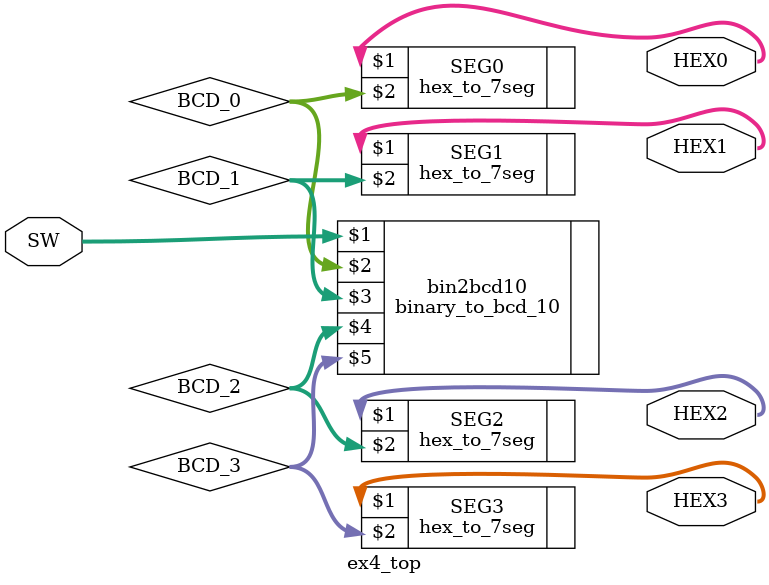
<source format=v>
module ex4_top(SW, HEX0,HEX1,HEX2,HEX3);

	input [9:0] SW;
	output [6:0] HEX0;
	output [6:0] HEX1;
	output [6:0] HEX2;
	output [6:0] HEX3;
	
	wire [3:0] BCD_0, BCD_1, BCD_2, BCD_3;
	
	binary_to_bcd_10 bin2bcd10(SW, BCD_0, BCD_1, BCD_2, BCD_3);
	
	hex_to_7seg SEG0(HEX0, BCD_0);
	hex_to_7seg SEG1(HEX1, BCD_1);
	hex_to_7seg SEG2(HEX2, BCD_2);
	hex_to_7seg SEG3(HEX3, BCD_3);

endmodule
	
	
</source>
